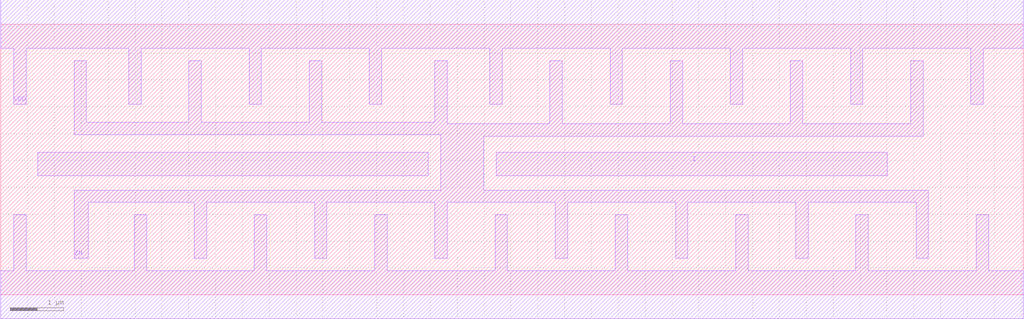
<source format=lef>
# Copyright 2022 GlobalFoundries PDK Authors
#
# Licensed under the Apache License, Version 2.0 (the "License");
# you may not use this file except in compliance with the License.
# You may obtain a copy of the License at
#
#      http://www.apache.org/licenses/LICENSE-2.0
#
# Unless required by applicable law or agreed to in writing, software
# distributed under the License is distributed on an "AS IS" BASIS,
# WITHOUT WARRANTIES OR CONDITIONS OF ANY KIND, either express or implied.
# See the License for the specific language governing permissions and
# limitations under the License.

MACRO gf180mcu_fd_sc_mcu9t5v0__inv_16
  CLASS core ;
  FOREIGN gf180mcu_fd_sc_mcu9t5v0__inv_16 0.0 0.0 ;
  ORIGIN 0 0 ;
  SYMMETRY X Y ;
  SITE GF018hv5v_green_sc9 ;
  SIZE 19.04 BY 5.04 ;
  PIN I
    DIRECTION INPUT ;
    ANTENNAGATEAREA 27.312 ;
    PORT
      LAYER Metal1 ;
        POLYGON 0.685 2.215 7.965 2.215 7.965 2.65 0.685 2.65  ;
        POLYGON 9.225 2.215 16.505 2.215 16.505 2.65 9.225 2.65  ;
    END
  END I
  PIN ZN
    DIRECTION OUTPUT ;
    ANTENNADIFFAREA 14.568 ;
    PORT
      LAYER Metal1 ;
        POLYGON 1.365 2.98 8.195 2.98 8.195 1.95 1.365 1.95 1.365 0.68 1.625 0.68 1.625 1.72 3.605 1.72 3.605 0.68 3.835 0.68 3.835 1.72 5.845 1.72 5.845 0.68 6.075 0.68 6.075 1.72 8.085 1.72 8.085 0.68 8.315 0.68 8.315 1.72 10.325 1.72 10.325 0.68 10.555 0.68 10.555 1.72 12.565 1.72 12.565 0.68 12.795 0.68 12.795 1.72 14.805 1.72 14.805 0.68 15.035 0.68 15.035 1.72 17.045 1.72 17.045 0.68 17.275 0.68 17.275 1.95 8.995 1.95 8.995 2.95 17.175 2.95 17.175 4.36 16.945 4.36 16.945 3.18 14.935 3.18 14.935 4.36 14.705 4.36 14.705 3.18 12.695 3.18 12.695 4.36 12.465 4.36 12.465 3.18 10.455 3.18 10.455 4.36 10.225 4.36 10.225 3.18 8.31 3.18 8.31 4.36 8.08 4.36 8.08 3.21 5.975 3.21 5.975 4.36 5.745 4.36 5.745 3.21 3.735 3.21 3.735 4.36 3.505 4.36 3.505 3.21 1.595 3.21 1.595 4.36 1.365 4.36  ;
    END
  END ZN
  PIN VDD
    DIRECTION INOUT ;
    USE power ;
    SHAPE ABUTMENT ;
    PORT
      LAYER Metal1 ;
        POLYGON 0 4.59 0.245 4.59 0.245 3.55 0.475 3.55 0.475 4.59 2.385 4.59 2.385 3.55 2.615 3.55 2.615 4.59 4.625 4.59 4.625 3.55 4.855 3.55 4.855 4.59 6.865 4.59 6.865 3.55 7.095 3.55 7.095 4.59 9.105 4.59 9.105 3.55 9.335 3.55 9.335 4.59 11.345 4.59 11.345 3.55 11.575 3.55 11.575 4.59 13.585 4.59 13.585 3.55 13.815 3.55 13.815 4.59 15.825 4.59 15.825 3.55 16.055 3.55 16.055 4.59 18.065 4.59 18.065 3.55 18.295 3.55 18.295 4.59 19.04 4.59 19.04 5.49 0 5.49  ;
    END
  END VDD
  PIN VSS
    DIRECTION INOUT ;
    USE ground ;
    SHAPE ABUTMENT ;
    PORT
      LAYER Metal1 ;
        POLYGON 0 -0.45 19.04 -0.45 19.04 0.45 18.395 0.45 18.395 1.49 18.165 1.49 18.165 0.45 16.155 0.45 16.155 1.49 15.925 1.49 15.925 0.45 13.915 0.45 13.915 1.49 13.685 1.49 13.685 0.45 11.675 0.45 11.675 1.49 11.445 1.49 11.445 0.45 9.435 0.45 9.435 1.49 9.205 1.49 9.205 0.45 7.195 0.45 7.195 1.49 6.965 1.49 6.965 0.45 4.955 0.45 4.955 1.49 4.725 1.49 4.725 0.45 2.715 0.45 2.715 1.49 2.485 1.49 2.485 0.45 0.475 0.45 0.475 1.49 0.245 1.49 0.245 0.45 0 0.45  ;
    END
  END VSS
END gf180mcu_fd_sc_mcu9t5v0__inv_16

</source>
